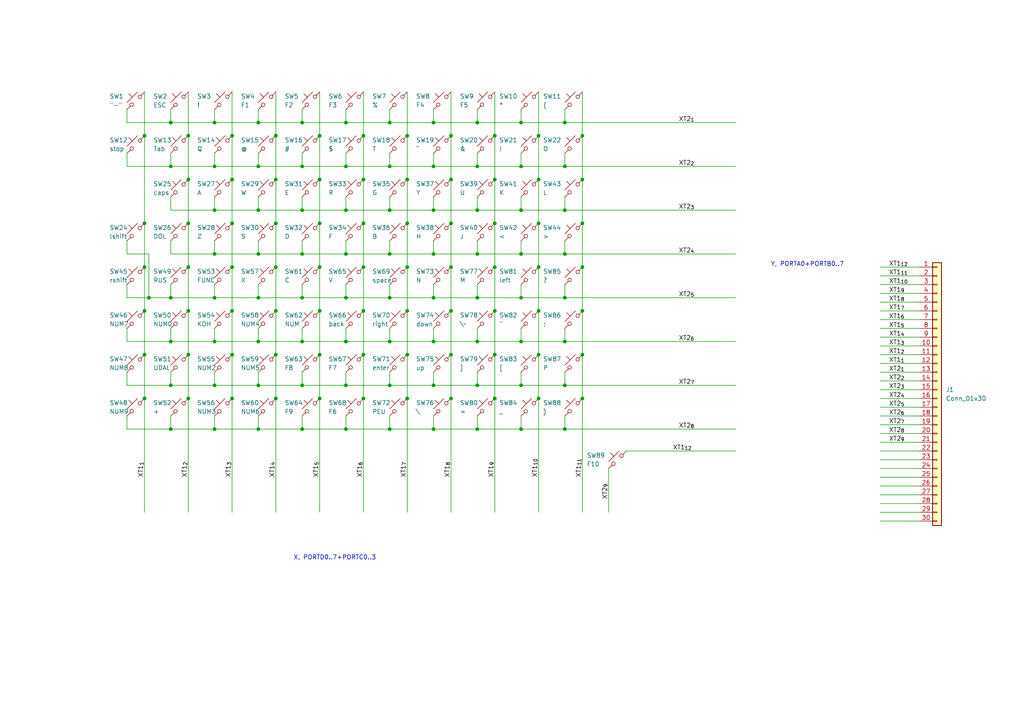
<source format=kicad_sch>
(kicad_sch (version 20240101) (generator "eeschema") (generator_version "8.99")
  (paper "A4")
  (lib_symbols
    (symbol "Connector_Generic:Conn_01x30" (pin_names (offset 1.016) hide)
      (property "Reference" "J" (at 0 38.1 0))
      (property "Value" "Conn_01x30" (at 0 -40.64 0))
      (symbol "Conn_01x30_1_1"
        (pin passive line (at -5.08 35.56 0) (length 3.81) (name "Pin_1") (number "1"))
        (pin passive line (at -5.08 12.7 0) (length 3.81) (name "Pin_10") (number "10"))
        (pin passive line (at -5.08 10.16 0) (length 3.81) (name "Pin_11") (number "11"))
        (pin passive line (at -5.08 7.62 0) (length 3.81) (name "Pin_12") (number "12"))
        (pin passive line (at -5.08 5.08 0) (length 3.81) (name "Pin_13") (number "13"))
        (pin passive line (at -5.08 2.54 0) (length 3.81) (name "Pin_14") (number "14"))
        (pin passive line (at -5.08 0 0) (length 3.81) (name "Pin_15") (number "15"))
        (pin passive line (at -5.08 -2.54 0) (length 3.81) (name "Pin_16") (number "16"))
        (pin passive line (at -5.08 -5.08 0) (length 3.81) (name "Pin_17") (number "17"))
        (pin passive line (at -5.08 -7.62 0) (length 3.81) (name "Pin_18") (number "18"))
        (pin passive line (at -5.08 -10.16 0) (length 3.81) (name "Pin_19") (number "19"))
        (pin passive line (at -5.08 33.02 0) (length 3.81) (name "Pin_2") (number "2"))
        (pin passive line (at -5.08 -12.7 0) (length 3.81) (name "Pin_20") (number "20"))
        (pin passive line (at -5.08 -15.24 0) (length 3.81) (name "Pin_21") (number "21"))
        (pin passive line (at -5.08 -17.78 0) (length 3.81) (name "Pin_22") (number "22"))
        (pin passive line (at -5.08 -20.32 0) (length 3.81) (name "Pin_23") (number "23"))
        (pin passive line (at -5.08 -22.86 0) (length 3.81) (name "Pin_24") (number "24"))
        (pin passive line (at -5.08 -25.4 0) (length 3.81) (name "Pin_25") (number "25"))
        (pin passive line (at -5.08 -27.94 0) (length 3.81) (name "Pin_26") (number "26"))
        (pin passive line (at -5.08 -30.48 0) (length 3.81) (name "Pin_27") (number "27"))
        (pin passive line (at -5.08 -33.02 0) (length 3.81) (name "Pin_28") (number "28"))
        (pin passive line (at -5.08 -35.56 0) (length 3.81) (name "Pin_29") (number "29"))
        (pin passive line (at -5.08 30.48 0) (length 3.81) (name "Pin_3") (number "3"))
        (pin passive line (at -5.08 -38.1 0) (length 3.81) (name "Pin_30") (number "30"))
        (pin passive line (at -5.08 27.94 0) (length 3.81) (name "Pin_4") (number "4"))
        (pin passive line (at -5.08 25.4 0) (length 3.81) (name "Pin_5") (number "5"))
        (pin passive line (at -5.08 22.86 0) (length 3.81) (name "Pin_6") (number "6"))
        (pin passive line (at -5.08 20.32 0) (length 3.81) (name "Pin_7") (number "7"))
        (pin passive line (at -5.08 17.78 0) (length 3.81) (name "Pin_8") (number "8"))
        (pin passive line (at -5.08 15.24 0) (length 3.81) (name "Pin_9") (number "9"))
      )
    )
    (symbol "Switch:SW_Push_45deg" (pin_numbers hide) (pin_names (offset 1.016) hide)
      (property "Reference" "SW" (at 3.048 1.016 0))
      (property "Value" "SW_Push_45deg" (at 0 -3.81 0))
      (symbol "SW_Push_45deg_0_1"
        (pin passive line (at -2.54 2.54 0) (length 0) (name "1") (number "1"))
        (pin passive line (at 2.54 -2.54 180) (length 0) (name "2") (number "2"))
      )
    )
  )
  (junction (at 67.31 102.87))
  (junction (at 138.43 48.26))
  (junction (at 62.23 60.96))
  (junction (at 80.01 52.07))
  (junction (at 80.01 77.47))
  (junction (at 87.63 48.26))
  (junction (at 74.93 48.26))
  (junction (at 100.33 35.56))
  (junction (at 74.93 73.66))
  (junction (at 49.53 99.06))
  (junction (at 138.43 35.56))
  (junction (at 49.53 35.56))
  (junction (at 80.01 115.57))
  (junction (at 67.31 77.47))
  (junction (at 62.23 99.06))
  (junction (at 151.13 60.96))
  (junction (at 74.93 124.46))
  (junction (at 92.71 115.57))
  (junction (at 49.53 111.76))
  (junction (at 67.31 52.07))
  (junction (at 54.61 77.47))
  (junction (at 143.51 64.77))
  (junction (at 143.51 77.47))
  (junction (at 156.21 115.57))
  (junction (at 125.73 111.76))
  (junction (at 80.01 64.77))
  (junction (at 168.91 77.47))
  (junction (at 130.81 90.17))
  (junction (at 125.73 124.46))
  (junction (at 100.33 48.26))
  (junction (at 130.81 77.47))
  (junction (at 168.91 39.37))
  (junction (at 105.41 39.37))
  (junction (at 62.23 111.76))
  (junction (at 67.31 115.57))
  (junction (at 113.03 99.06))
  (junction (at 87.63 111.76))
  (junction (at 143.51 90.17))
  (junction (at 118.11 39.37))
  (junction (at 113.03 35.56))
  (junction (at 156.21 52.07))
  (junction (at 156.21 77.47))
  (junction (at 113.03 124.46))
  (junction (at 125.73 86.36))
  (junction (at 87.63 60.96))
  (junction (at 41.91 39.37))
  (junction (at 87.63 73.66))
  (junction (at 138.43 111.76))
  (junction (at 49.53 86.36))
  (junction (at 80.01 39.37))
  (junction (at 143.51 102.87))
  (junction (at 74.93 99.06))
  (junction (at 92.71 52.07))
  (junction (at 163.83 124.46))
  (junction (at 100.33 111.76))
  (junction (at 92.71 39.37))
  (junction (at 113.03 73.66))
  (junction (at 163.83 99.06))
  (junction (at 138.43 60.96))
  (junction (at 130.81 39.37))
  (junction (at 62.23 124.46))
  (junction (at 113.03 48.26))
  (junction (at 125.73 73.66))
  (junction (at 54.61 64.77))
  (junction (at 163.83 48.26))
  (junction (at 156.21 102.87))
  (junction (at 105.41 52.07))
  (junction (at 100.33 86.36))
  (junction (at 151.13 73.66))
  (junction (at 118.11 102.87))
  (junction (at 105.41 64.77))
  (junction (at 163.83 111.76))
  (junction (at 163.83 35.56))
  (junction (at 168.91 52.07))
  (junction (at 125.73 35.56))
  (junction (at 80.01 90.17))
  (junction (at 92.71 77.47))
  (junction (at 143.51 39.37))
  (junction (at 41.91 90.17))
  (junction (at 67.31 39.37))
  (junction (at 168.91 90.17))
  (junction (at 105.41 102.87))
  (junction (at 138.43 73.66))
  (junction (at 74.93 35.56))
  (junction (at 125.73 60.96))
  (junction (at 125.73 48.26))
  (junction (at 151.13 124.46))
  (junction (at 74.93 60.96))
  (junction (at 118.11 52.07))
  (junction (at 143.51 52.07))
  (junction (at 92.71 90.17))
  (junction (at 80.01 102.87))
  (junction (at 163.83 60.96))
  (junction (at 41.91 115.57))
  (junction (at 130.81 102.87))
  (junction (at 100.33 73.66))
  (junction (at 151.13 86.36))
  (junction (at 54.61 39.37))
  (junction (at 41.91 64.77))
  (junction (at 54.61 102.87))
  (junction (at 105.41 115.57))
  (junction (at 67.31 64.77))
  (junction (at 92.71 64.77))
  (junction (at 138.43 99.06))
  (junction (at 62.23 35.56))
  (junction (at 138.43 86.36))
  (junction (at 74.93 111.76))
  (junction (at 54.61 115.57))
  (junction (at 113.03 86.36))
  (junction (at 41.91 77.47))
  (junction (at 87.63 99.06))
  (junction (at 156.21 90.17))
  (junction (at 118.11 64.77))
  (junction (at 62.23 48.26))
  (junction (at 49.53 124.46))
  (junction (at 118.11 90.17))
  (junction (at 62.23 73.66))
  (junction (at 113.03 60.96))
  (junction (at 151.13 35.56))
  (junction (at 125.73 99.06))
  (junction (at 62.23 86.36))
  (junction (at 143.51 115.57))
  (junction (at 100.33 60.96))
  (junction (at 156.21 64.77))
  (junction (at 168.91 102.87))
  (junction (at 138.43 124.46))
  (junction (at 100.33 124.46))
  (junction (at 168.91 64.77))
  (junction (at 49.53 48.26))
  (junction (at 118.11 77.47))
  (junction (at 105.41 90.17))
  (junction (at 163.83 73.66))
  (junction (at 168.91 115.57))
  (junction (at 54.61 52.07))
  (junction (at 105.41 77.47))
  (junction (at 130.81 115.57))
  (junction (at 87.63 35.56))
  (junction (at 130.81 52.07))
  (junction (at 156.21 39.37))
  (junction (at 163.83 86.36))
  (junction (at 41.91 102.87))
  (junction (at 118.11 115.57))
  (junction (at 87.63 86.36))
  (junction (at 151.13 48.26))
  (junction (at 130.81 64.77))
  (junction (at 113.03 111.76))
  (junction (at 54.61 90.17))
  (junction (at 67.31 90.17))
  (junction (at 87.63 124.46))
  (junction (at 151.13 111.76))
  (junction (at 74.93 86.36))
  (junction (at 43.18 86.36))
  (junction (at 100.33 99.06))
  (junction (at 151.13 99.06))
  (junction (at 92.71 102.87))
  (wire (pts (xy 118.11 26.67) (xy 118.11 39.37)))
  (wire (pts (xy 151.13 82.55) (xy 151.13 86.36)))
  (wire (pts (xy 74.93 57.15) (xy 74.93 60.96)))
  (wire (pts (xy 255.27 128.27) (xy 266.7 128.27)))
  (wire (pts (xy 130.81 77.47) (xy 130.81 90.17)))
  (wire (pts (xy 255.27 148.59) (xy 266.7 148.59)))
  (wire (pts (xy 87.63 60.96) (xy 100.33 60.96)))
  (wire (pts (xy 62.23 31.75) (xy 62.23 35.56)))
  (wire (pts (xy 113.03 44.45) (xy 113.03 48.26)))
  (wire (pts (xy 163.83 107.95) (xy 163.83 111.76)))
  (wire (pts (xy 118.11 77.47) (xy 118.11 90.17)))
  (wire (pts (xy 105.41 39.37) (xy 105.41 52.07)))
  (wire (pts (xy 163.83 82.55) (xy 163.83 86.36)))
  (wire (pts (xy 36.83 86.36) (xy 43.18 86.36)))
  (wire (pts (xy 54.61 102.87) (xy 54.61 115.57)))
  (wire (pts (xy 143.51 115.57) (xy 143.51 148.59)))
  (wire (pts (xy 156.21 90.17) (xy 156.21 102.87)))
  (wire (pts (xy 156.21 77.47) (xy 156.21 90.17)))
  (wire (pts (xy 62.23 48.26) (xy 74.93 48.26)))
  (wire (pts (xy 80.01 115.57) (xy 80.01 148.59)))
  (wire (pts (xy 49.53 107.95) (xy 49.53 111.76)))
  (wire (pts (xy 125.73 31.75) (xy 125.73 35.56)))
  (wire (pts (xy 118.11 102.87) (xy 118.11 115.57)))
  (wire (pts (xy 87.63 69.85) (xy 87.63 73.66)))
  (wire (pts (xy 168.91 115.57) (xy 168.91 148.59)))
  (wire (pts (xy 151.13 124.46) (xy 163.83 124.46)))
  (wire (pts (xy 74.93 111.76) (xy 87.63 111.76)))
  (wire (pts (xy 41.91 90.17) (xy 41.91 102.87)))
  (wire (pts (xy 125.73 99.06) (xy 138.43 99.06)))
  (wire (pts (xy 100.33 44.45) (xy 100.33 48.26)))
  (wire (pts (xy 62.23 124.46) (xy 74.93 124.46)))
  (wire (pts (xy 255.27 87.63) (xy 266.7 87.63)))
  (wire (pts (xy 168.91 90.17) (xy 168.91 102.87)))
  (wire (pts (xy 74.93 99.06) (xy 87.63 99.06)))
  (wire (pts (xy 49.53 86.36) (xy 62.23 86.36)))
  (wire (pts (xy 43.18 73.66) (xy 43.18 86.36)))
  (wire (pts (xy 74.93 82.55) (xy 74.93 86.36)))
  (wire (pts (xy 125.73 82.55) (xy 125.73 86.36)))
  (wire (pts (xy 163.83 60.96) (xy 213.36 60.96)))
  (wire (pts (xy 255.27 118.11) (xy 266.7 118.11)))
  (wire (pts (xy 163.83 57.15) (xy 163.83 60.96)))
  (wire (pts (xy 130.81 102.87) (xy 130.81 115.57)))
  (wire (pts (xy 113.03 73.66) (xy 125.73 73.66)))
  (wire (pts (xy 67.31 39.37) (xy 67.31 52.07)))
  (wire (pts (xy 113.03 48.26) (xy 125.73 48.26)))
  (wire (pts (xy 125.73 44.45) (xy 125.73 48.26)))
  (wire (pts (xy 113.03 95.25) (xy 113.03 99.06)))
  (wire (pts (xy 176.53 135.89) (xy 176.53 148.59)))
  (wire (pts (xy 151.13 73.66) (xy 163.83 73.66)))
  (wire (pts (xy 125.73 107.95) (xy 125.73 111.76)))
  (wire (pts (xy 92.71 39.37) (xy 92.71 52.07)))
  (wire (pts (xy 125.73 60.96) (xy 138.43 60.96)))
  (wire (pts (xy 163.83 111.76) (xy 213.36 111.76)))
  (wire (pts (xy 130.81 64.77) (xy 130.81 77.47)))
  (wire (pts (xy 36.83 124.46) (xy 49.53 124.46)))
  (wire (pts (xy 181.61 130.81) (xy 213.36 130.81)))
  (wire (pts (xy 80.01 52.07) (xy 80.01 64.77)))
  (wire (pts (xy 105.41 26.67) (xy 105.41 39.37)))
  (wire (pts (xy 125.73 111.76) (xy 138.43 111.76)))
  (wire (pts (xy 41.91 77.47) (xy 41.91 90.17)))
  (wire (pts (xy 168.91 52.07) (xy 168.91 64.77)))
  (wire (pts (xy 100.33 86.36) (xy 113.03 86.36)))
  (wire (pts (xy 100.33 60.96) (xy 113.03 60.96)))
  (wire (pts (xy 87.63 124.46) (xy 100.33 124.46)))
  (wire (pts (xy 62.23 57.15) (xy 62.23 60.96)))
  (wire (pts (xy 100.33 99.06) (xy 113.03 99.06)))
  (wire (pts (xy 49.53 124.46) (xy 62.23 124.46)))
  (wire (pts (xy 87.63 73.66) (xy 100.33 73.66)))
  (wire (pts (xy 67.31 90.17) (xy 67.31 102.87)))
  (wire (pts (xy 54.61 52.07) (xy 54.61 64.77)))
  (wire (pts (xy 74.93 124.46) (xy 87.63 124.46)))
  (wire (pts (xy 138.43 99.06) (xy 151.13 99.06)))
  (wire (pts (xy 49.53 35.56) (xy 62.23 35.56)))
  (wire (pts (xy 62.23 73.66) (xy 74.93 73.66)))
  (wire (pts (xy 87.63 111.76) (xy 100.33 111.76)))
  (wire (pts (xy 49.53 69.85) (xy 49.53 73.66)))
  (wire (pts (xy 168.91 102.87) (xy 168.91 115.57)))
  (wire (pts (xy 36.83 82.55) (xy 36.83 86.36)))
  (wire (pts (xy 36.83 44.45) (xy 36.83 48.26)))
  (wire (pts (xy 49.53 57.15) (xy 49.53 60.96)))
  (wire (pts (xy 92.71 115.57) (xy 92.71 148.59)))
  (wire (pts (xy 138.43 124.46) (xy 151.13 124.46)))
  (wire (pts (xy 255.27 120.65) (xy 266.7 120.65)))
  (wire (pts (xy 156.21 102.87) (xy 156.21 115.57)))
  (wire (pts (xy 36.83 107.95) (xy 36.83 111.76)))
  (wire (pts (xy 80.01 39.37) (xy 80.01 52.07)))
  (wire (pts (xy 151.13 111.76) (xy 163.83 111.76)))
  (wire (pts (xy 74.93 35.56) (xy 87.63 35.56)))
  (wire (pts (xy 138.43 69.85) (xy 138.43 73.66)))
  (wire (pts (xy 87.63 107.95) (xy 87.63 111.76)))
  (wire (pts (xy 87.63 44.45) (xy 87.63 48.26)))
  (wire (pts (xy 151.13 120.65) (xy 151.13 124.46)))
  (wire (pts (xy 151.13 99.06) (xy 163.83 99.06)))
  (wire (pts (xy 100.33 48.26) (xy 113.03 48.26)))
  (wire (pts (xy 67.31 64.77) (xy 67.31 77.47)))
  (wire (pts (xy 87.63 31.75) (xy 87.63 35.56)))
  (wire (pts (xy 255.27 102.87) (xy 266.7 102.87)))
  (wire (pts (xy 74.93 31.75) (xy 74.93 35.56)))
  (wire (pts (xy 80.01 90.17) (xy 80.01 102.87)))
  (wire (pts (xy 138.43 48.26) (xy 151.13 48.26)))
  (wire (pts (xy 151.13 107.95) (xy 151.13 111.76)))
  (wire (pts (xy 255.27 100.33) (xy 266.7 100.33)))
  (wire (pts (xy 255.27 90.17) (xy 266.7 90.17)))
  (wire (pts (xy 67.31 52.07) (xy 67.31 64.77)))
  (wire (pts (xy 105.41 90.17) (xy 105.41 102.87)))
  (wire (pts (xy 80.01 64.77) (xy 80.01 77.47)))
  (wire (pts (xy 92.71 90.17) (xy 92.71 102.87)))
  (wire (pts (xy 113.03 107.95) (xy 113.03 111.76)))
  (wire (pts (xy 156.21 115.57) (xy 156.21 148.59)))
  (wire (pts (xy 163.83 73.66) (xy 213.36 73.66)))
  (wire (pts (xy 255.27 107.95) (xy 266.7 107.95)))
  (wire (pts (xy 156.21 64.77) (xy 156.21 77.47)))
  (wire (pts (xy 62.23 86.36) (xy 74.93 86.36)))
  (wire (pts (xy 163.83 31.75) (xy 163.83 35.56)))
  (wire (pts (xy 113.03 86.36) (xy 125.73 86.36)))
  (wire (pts (xy 36.83 48.26) (xy 49.53 48.26)))
  (wire (pts (xy 130.81 52.07) (xy 130.81 64.77)))
  (wire (pts (xy 168.91 39.37) (xy 168.91 52.07)))
  (wire (pts (xy 87.63 99.06) (xy 100.33 99.06)))
  (wire (pts (xy 255.27 92.71) (xy 266.7 92.71)))
  (wire (pts (xy 138.43 95.25) (xy 138.43 99.06)))
  (wire (pts (xy 143.51 64.77) (xy 143.51 77.47)))
  (wire (pts (xy 54.61 39.37) (xy 54.61 52.07)))
  (wire (pts (xy 113.03 120.65) (xy 113.03 124.46)))
  (wire (pts (xy 125.73 35.56) (xy 138.43 35.56)))
  (wire (pts (xy 105.41 77.47) (xy 105.41 90.17)))
  (wire (pts (xy 151.13 95.25) (xy 151.13 99.06)))
  (wire (pts (xy 41.91 26.67) (xy 41.91 39.37)))
  (wire (pts (xy 118.11 115.57) (xy 118.11 148.59)))
  (wire (pts (xy 74.93 44.45) (xy 74.93 48.26)))
  (wire (pts (xy 100.33 124.46) (xy 113.03 124.46)))
  (wire (pts (xy 49.53 82.55) (xy 49.53 86.36)))
  (wire (pts (xy 62.23 60.96) (xy 74.93 60.96)))
  (wire (pts (xy 49.53 73.66) (xy 62.23 73.66)))
  (wire (pts (xy 163.83 44.45) (xy 163.83 48.26)))
  (wire (pts (xy 74.93 60.96) (xy 87.63 60.96)))
  (wire (pts (xy 163.83 95.25) (xy 163.83 99.06)))
  (wire (pts (xy 151.13 48.26) (xy 163.83 48.26)))
  (wire (pts (xy 118.11 52.07) (xy 118.11 64.77)))
  (wire (pts (xy 138.43 86.36) (xy 151.13 86.36)))
  (wire (pts (xy 138.43 31.75) (xy 138.43 35.56)))
  (wire (pts (xy 163.83 48.26) (xy 213.36 48.26)))
  (wire (pts (xy 118.11 64.77) (xy 118.11 77.47)))
  (wire (pts (xy 255.27 138.43) (xy 266.7 138.43)))
  (wire (pts (xy 74.93 120.65) (xy 74.93 124.46)))
  (wire (pts (xy 143.51 39.37) (xy 143.51 52.07)))
  (wire (pts (xy 74.93 48.26) (xy 87.63 48.26)))
  (wire (pts (xy 125.73 95.25) (xy 125.73 99.06)))
  (wire (pts (xy 255.27 80.01) (xy 266.7 80.01)))
  (wire (pts (xy 87.63 48.26) (xy 100.33 48.26)))
  (wire (pts (xy 255.27 115.57) (xy 266.7 115.57)))
  (wire (pts (xy 87.63 35.56) (xy 100.33 35.56)))
  (wire (pts (xy 255.27 123.19) (xy 266.7 123.19)))
  (wire (pts (xy 163.83 69.85) (xy 163.83 73.66)))
  (wire (pts (xy 113.03 99.06) (xy 125.73 99.06)))
  (wire (pts (xy 74.93 86.36) (xy 87.63 86.36)))
  (wire (pts (xy 87.63 120.65) (xy 87.63 124.46)))
  (wire (pts (xy 255.27 125.73) (xy 266.7 125.73)))
  (wire (pts (xy 125.73 120.65) (xy 125.73 124.46)))
  (wire (pts (xy 255.27 85.09) (xy 266.7 85.09)))
  (wire (pts (xy 36.83 99.06) (xy 49.53 99.06)))
  (wire (pts (xy 168.91 64.77) (xy 168.91 77.47)))
  (wire (pts (xy 130.81 90.17) (xy 130.81 102.87)))
  (wire (pts (xy 255.27 82.55) (xy 266.7 82.55)))
  (wire (pts (xy 125.73 124.46) (xy 138.43 124.46)))
  (wire (pts (xy 143.51 26.67) (xy 143.51 39.37)))
  (wire (pts (xy 87.63 82.55) (xy 87.63 86.36)))
  (wire (pts (xy 62.23 99.06) (xy 74.93 99.06)))
  (wire (pts (xy 255.27 135.89) (xy 266.7 135.89)))
  (wire (pts (xy 255.27 143.51) (xy 266.7 143.51)))
  (wire (pts (xy 62.23 69.85) (xy 62.23 73.66)))
  (wire (pts (xy 143.51 90.17) (xy 143.51 102.87)))
  (wire (pts (xy 255.27 110.49) (xy 266.7 110.49)))
  (wire (pts (xy 100.33 69.85) (xy 100.33 73.66)))
  (wire (pts (xy 143.51 77.47) (xy 143.51 90.17)))
  (wire (pts (xy 92.71 77.47) (xy 92.71 90.17)))
  (wire (pts (xy 255.27 130.81) (xy 266.7 130.81)))
  (wire (pts (xy 113.03 31.75) (xy 113.03 35.56)))
  (wire (pts (xy 92.71 102.87) (xy 92.71 115.57)))
  (wire (pts (xy 255.27 113.03) (xy 266.7 113.03)))
  (wire (pts (xy 113.03 82.55) (xy 113.03 86.36)))
  (wire (pts (xy 80.01 102.87) (xy 80.01 115.57)))
  (wire (pts (xy 100.33 107.95) (xy 100.33 111.76)))
  (wire (pts (xy 105.41 52.07) (xy 105.41 64.77)))
  (wire (pts (xy 125.73 48.26) (xy 138.43 48.26)))
  (wire (pts (xy 168.91 77.47) (xy 168.91 90.17)))
  (wire (pts (xy 163.83 99.06) (xy 213.36 99.06)))
  (wire (pts (xy 36.83 111.76) (xy 49.53 111.76)))
  (wire (pts (xy 54.61 26.67) (xy 54.61 39.37)))
  (wire (pts (xy 92.71 64.77) (xy 92.71 77.47)))
  (wire (pts (xy 67.31 115.57) (xy 67.31 148.59)))
  (wire (pts (xy 54.61 77.47) (xy 54.61 90.17)))
  (wire (pts (xy 74.93 69.85) (xy 74.93 73.66)))
  (wire (pts (xy 105.41 115.57) (xy 105.41 148.59)))
  (wire (pts (xy 156.21 39.37) (xy 156.21 52.07)))
  (wire (pts (xy 100.33 35.56) (xy 113.03 35.56)))
  (wire (pts (xy 49.53 120.65) (xy 49.53 124.46)))
  (wire (pts (xy 92.71 52.07) (xy 92.71 64.77)))
  (wire (pts (xy 49.53 48.26) (xy 62.23 48.26)))
  (wire (pts (xy 130.81 26.67) (xy 130.81 39.37)))
  (wire (pts (xy 151.13 60.96) (xy 163.83 60.96)))
  (wire (pts (xy 62.23 111.76) (xy 74.93 111.76)))
  (wire (pts (xy 36.83 35.56) (xy 49.53 35.56)))
  (wire (pts (xy 113.03 57.15) (xy 113.03 60.96)))
  (wire (pts (xy 49.53 44.45) (xy 49.53 48.26)))
  (wire (pts (xy 113.03 35.56) (xy 125.73 35.56)))
  (wire (pts (xy 113.03 124.46) (xy 125.73 124.46)))
  (wire (pts (xy 41.91 64.77) (xy 41.91 77.47)))
  (wire (pts (xy 163.83 124.46) (xy 213.36 124.46)))
  (wire (pts (xy 87.63 95.25) (xy 87.63 99.06)))
  (wire (pts (xy 49.53 60.96) (xy 62.23 60.96)))
  (wire (pts (xy 255.27 77.47) (xy 266.7 77.47)))
  (wire (pts (xy 143.51 52.07) (xy 143.51 64.77)))
  (wire (pts (xy 255.27 95.25) (xy 266.7 95.25)))
  (wire (pts (xy 80.01 26.67) (xy 80.01 39.37)))
  (wire (pts (xy 62.23 95.25) (xy 62.23 99.06)))
  (wire (pts (xy 125.73 69.85) (xy 125.73 73.66)))
  (wire (pts (xy 74.93 107.95) (xy 74.93 111.76)))
  (wire (pts (xy 92.71 26.67) (xy 92.71 39.37)))
  (wire (pts (xy 100.33 120.65) (xy 100.33 124.46)))
  (wire (pts (xy 113.03 111.76) (xy 125.73 111.76)))
  (wire (pts (xy 36.83 69.85) (xy 36.83 73.66)))
  (wire (pts (xy 130.81 39.37) (xy 130.81 52.07)))
  (wire (pts (xy 138.43 57.15) (xy 138.43 60.96)))
  (wire (pts (xy 41.91 102.87) (xy 41.91 115.57)))
  (wire (pts (xy 138.43 35.56) (xy 151.13 35.56)))
  (wire (pts (xy 62.23 44.45) (xy 62.23 48.26)))
  (wire (pts (xy 67.31 77.47) (xy 67.31 90.17)))
  (wire (pts (xy 41.91 115.57) (xy 41.91 148.59)))
  (wire (pts (xy 125.73 73.66) (xy 138.43 73.66)))
  (wire (pts (xy 67.31 102.87) (xy 67.31 115.57)))
  (wire (pts (xy 151.13 35.56) (xy 163.83 35.56)))
  (wire (pts (xy 113.03 60.96) (xy 125.73 60.96)))
  (wire (pts (xy 151.13 31.75) (xy 151.13 35.56)))
  (wire (pts (xy 67.31 26.67) (xy 67.31 39.37)))
  (wire (pts (xy 100.33 31.75) (xy 100.33 35.56)))
  (wire (pts (xy 62.23 82.55) (xy 62.23 86.36)))
  (wire (pts (xy 100.33 57.15) (xy 100.33 60.96)))
  (wire (pts (xy 138.43 73.66) (xy 151.13 73.66)))
  (wire (pts (xy 43.18 86.36) (xy 49.53 86.36)))
  (wire (pts (xy 255.27 151.13) (xy 266.7 151.13)))
  (wire (pts (xy 100.33 111.76) (xy 113.03 111.76)))
  (wire (pts (xy 49.53 95.25) (xy 49.53 99.06)))
  (wire (pts (xy 41.91 39.37) (xy 41.91 64.77)))
  (wire (pts (xy 105.41 102.87) (xy 105.41 115.57)))
  (wire (pts (xy 54.61 90.17) (xy 54.61 102.87)))
  (wire (pts (xy 54.61 115.57) (xy 54.61 148.59)))
  (wire (pts (xy 100.33 95.25) (xy 100.33 99.06)))
  (wire (pts (xy 100.33 73.66) (xy 113.03 73.66)))
  (wire (pts (xy 62.23 120.65) (xy 62.23 124.46)))
  (wire (pts (xy 36.83 31.75) (xy 36.83 35.56)))
  (wire (pts (xy 255.27 97.79) (xy 266.7 97.79)))
  (wire (pts (xy 151.13 57.15) (xy 151.13 60.96)))
  (wire (pts (xy 255.27 140.97) (xy 266.7 140.97)))
  (wire (pts (xy 255.27 133.35) (xy 266.7 133.35)))
  (wire (pts (xy 156.21 52.07) (xy 156.21 64.77)))
  (wire (pts (xy 118.11 90.17) (xy 118.11 102.87)))
  (wire (pts (xy 36.83 120.65) (xy 36.83 124.46)))
  (wire (pts (xy 74.93 73.66) (xy 87.63 73.66)))
  (wire (pts (xy 138.43 120.65) (xy 138.43 124.46)))
  (wire (pts (xy 49.53 111.76) (xy 62.23 111.76)))
  (wire (pts (xy 151.13 44.45) (xy 151.13 48.26)))
  (wire (pts (xy 151.13 86.36) (xy 163.83 86.36)))
  (wire (pts (xy 163.83 120.65) (xy 163.83 124.46)))
  (wire (pts (xy 138.43 107.95) (xy 138.43 111.76)))
  (wire (pts (xy 138.43 60.96) (xy 151.13 60.96)))
  (wire (pts (xy 143.51 102.87) (xy 143.51 115.57)))
  (wire (pts (xy 118.11 39.37) (xy 118.11 52.07)))
  (wire (pts (xy 49.53 31.75) (xy 49.53 35.56)))
  (wire (pts (xy 62.23 35.56) (xy 74.93 35.56)))
  (wire (pts (xy 105.41 64.77) (xy 105.41 77.47)))
  (wire (pts (xy 255.27 105.41) (xy 266.7 105.41)))
  (wire (pts (xy 163.83 35.56) (xy 213.36 35.56)))
  (wire (pts (xy 163.83 86.36) (xy 213.36 86.36)))
  (wire (pts (xy 138.43 111.76) (xy 151.13 111.76)))
  (wire (pts (xy 151.13 69.85) (xy 151.13 73.66)))
  (wire (pts (xy 130.81 115.57) (xy 130.81 148.59)))
  (wire (pts (xy 138.43 82.55) (xy 138.43 86.36)))
  (wire (pts (xy 74.93 95.25) (xy 74.93 99.06)))
  (wire (pts (xy 87.63 57.15) (xy 87.63 60.96)))
  (wire (pts (xy 125.73 57.15) (xy 125.73 60.96)))
  (wire (pts (xy 255.27 146.05) (xy 266.7 146.05)))
  (wire (pts (xy 80.01 77.47) (xy 80.01 90.17)))
  (wire (pts (xy 138.43 44.45) (xy 138.43 48.26)))
  (wire (pts (xy 36.83 73.66) (xy 43.18 73.66)))
  (wire (pts (xy 125.73 86.36) (xy 138.43 86.36)))
  (wire (pts (xy 36.83 95.25) (xy 36.83 99.06)))
  (wire (pts (xy 54.61 64.77) (xy 54.61 77.47)))
  (wire (pts (xy 100.33 82.55) (xy 100.33 86.36)))
  (wire (pts (xy 113.03 69.85) (xy 113.03 73.66)))
  (wire (pts (xy 62.23 107.95) (xy 62.23 111.76)))
  (wire (pts (xy 168.91 26.67) (xy 168.91 39.37)))
  (wire (pts (xy 156.21 26.67) (xy 156.21 39.37)))
  (wire (pts (xy 87.63 86.36) (xy 100.33 86.36)))
  (wire (pts (xy 49.53 99.06) (xy 62.23 99.06)))
  (text "X, PORTD0..7+PORTC0..3" (at 85.09 162.56 0) (effects (font (size 1.27 1.27)) (justify left bottom)))
  (text "Y, PORTA0+PORTB0..7" (at 223.52 77.47 0) (effects (font (size 1.27 1.27)) (justify left bottom)))
  (label "XT1_{5}" (at 257.81 95.25 0))
  (label "XT2_{1}" (at 196.85 35.56 0))
  (label "XT2_{2}" (at 196.85 48.26 0))
  (label "XT2_{8}" (at 196.85 124.46 0))
  (label "XT1_{9}" (at 257.81 85.09 0))
  (label "XT1_{12}" (at 257.81 77.47 0))
  (label "XT2_{1}" (at 257.81 107.95 0))
  (label "XT1_{10}" (at 156.21 138.43 90))
  (label "XT2_{7}" (at 257.81 123.19 0))
  (label "XT1_{6}" (at 105.41 138.43 90))
  (label "XT2_{9}" (at 176.53 144.78 90))
  (label "XT1_{11}" (at 257.81 80.01 0))
  (label "XT2_{9}" (at 257.81 128.27 0))
  (label "XT2_{7}" (at 196.85 111.76 0))
  (label "XT1_{4}" (at 80.01 138.43 90))
  (label "XT1_{9}" (at 143.51 138.43 90))
  (label "XT1_{1}" (at 257.81 105.41 0))
  (label "XT2_{4}" (at 196.85 73.66 0))
  (label "XT2_{4}" (at 257.81 115.57 0))
  (label "XT1_{7}" (at 257.81 90.17 0))
  (label "XT2_{3}" (at 257.81 113.03 0))
  (label "XT2_{6}" (at 196.85 99.06 0))
  (label "XT2_{5}" (at 196.85 86.36 0))
  (label "XT1_{12}" (at 200.66 130.81 180))
  (label "XT2_{6}" (at 257.81 120.65 0))
  (label "XT1_{11}" (at 168.91 138.43 90))
  (label "XT2_{2}" (at 257.81 110.49 0))
  (label "XT1_{2}" (at 257.81 102.87 0))
  (label "XT2_{3}" (at 196.85 60.96 0))
  (label "XT1_{1}" (at 41.91 138.43 90))
  (label "XT1_{8}" (at 130.81 138.43 90))
  (label "XT1_{8}" (at 257.81 87.63 0))
  (label "XT1_{6}" (at 257.81 92.71 0))
  (label "XT1_{5}" (at 92.71 138.43 90))
  (label "XT2_{5}" (at 257.81 118.11 0))
  (label "XT1_{3}" (at 67.31 138.43 90))
  (label "XT1_{4}" (at 257.81 97.79 0))
  (label "XT1_{10}" (at 257.81 82.55 0))
  (label "XT1_{7}" (at 118.11 138.43 90))
  (label "XT1_{2}" (at 54.61 138.43 90))
  (label "XT1_{3}" (at 257.81 100.33 0))
  (label "XT2_{8}" (at 257.81 125.73 0))
  (symbol (lib_id "Switch:SW_Push_45deg") (at 64.77 92.71 90) (unit 1)
    (property "Reference" "SW54" (at 57.15 91.44 90) (effects (justify right)))
    (property "Value" "KOH" (at 57.15 93.98 90) (effects (justify right)))
    (property "Footprint" "Button_Switch_Keyboard:SW_Cherry_MX_1.00u_Plate" (effects (hide yes)))
  )
  (symbol (lib_id "Switch:SW_Push_45deg") (at 39.37 80.01 90) (unit 1)
    (property "Reference" "SW45" (at 31.75 78.74 90) (effects (justify right)))
    (property "Value" "rshift" (at 31.75 81.28 90) (effects (justify right)))
    (property "Footprint" "Button_Switch_Keyboard:SW_Cherry_MX_1.00u_Plate" (effects (hide yes)))
  )
  (symbol (lib_id "Switch:SW_Push_45deg") (at 128.27 80.01 90) (unit 1)
    (property "Reference" "SW73" (at 120.65 78.74 90) (effects (justify right)))
    (property "Value" "N" (at 120.65 81.28 90) (effects (justify right)))
    (property "Footprint" "Button_Switch_Keyboard:SW_Cherry_MX_1.00u_Plate" (effects (hide yes)))
  )
  (symbol (lib_id "Switch:SW_Push_45deg") (at 39.37 29.21 90) (unit 1)
    (property "Reference" "SW1" (at 31.75 27.94 90) (effects (justify right)))
    (property "Value" "\"-\"" (at 31.75 30.48 90) (effects (justify right)))
    (property "Footprint" "Button_Switch_Keyboard:SW_Cherry_MX_1.00u_Plate" (effects (hide yes)))
  )
  (symbol (lib_id "Switch:SW_Push_45deg") (at 128.27 118.11 90) (unit 1)
    (property "Reference" "SW76" (at 120.65 116.84 90) (effects (justify right)))
    (property "Value" "\\" (at 120.65 119.38 90) (effects (justify right)))
    (property "Footprint" "Button_Switch_Keyboard:SW_Cherry_MX_1.00u_Plate" (effects (hide yes)))
  )
  (symbol (lib_id "Switch:SW_Push_45deg") (at 90.17 118.11 90) (unit 1)
    (property "Reference" "SW64" (at 82.55 116.84 90) (effects (justify right)))
    (property "Value" "F9" (at 82.55 119.38 90) (effects (justify right)))
    (property "Footprint" "Button_Switch_Keyboard:SW_Cherry_MX_1.00u_Plate" (effects (hide yes)))
  )
  (symbol (lib_id "Switch:SW_Push_45deg") (at 166.37 41.91 90) (unit 1)
    (property "Reference" "SW22" (at 157.48 40.64 90) (effects (justify right)))
    (property "Value" "O" (at 157.48 43.18 90) (effects (justify right)))
    (property "Footprint" "Button_Switch_Keyboard:SW_Cherry_MX_1.00u_Plate" (effects (hide yes)))
  )
  (symbol (lib_id "Switch:SW_Push_45deg") (at 128.27 92.71 90) (unit 1)
    (property "Reference" "SW74" (at 120.65 91.44 90) (effects (justify right)))
    (property "Value" "down" (at 120.65 93.98 90) (effects (justify right)))
    (property "Footprint" "Button_Switch_Keyboard:SW_Cherry_MX_1.00u_Plate" (effects (hide yes)))
  )
  (symbol (lib_id "Switch:SW_Push_45deg") (at 166.37 118.11 90) (unit 1)
    (property "Reference" "SW88" (at 157.48 116.84 90) (effects (justify right)))
    (property "Value" ")" (at 157.48 119.38 90) (effects (justify right)))
    (property "Footprint" "Button_Switch_Keyboard:SW_Cherry_MX_1.00u_Plate" (effects (hide yes)))
  )
  (symbol (lib_id "Switch:SW_Push_45deg") (at 102.87 41.91 90) (unit 1)
    (property "Reference" "SW17" (at 95.25 40.64 90) (effects (justify right)))
    (property "Value" "$" (at 95.25 43.18 90) (effects (justify right)))
    (property "Footprint" "Button_Switch_Keyboard:SW_Cherry_MX_1.00u_Plate" (effects (hide yes)))
  )
  (symbol (lib_id "Switch:SW_Push_45deg") (at 153.67 41.91 90) (unit 1)
    (property "Reference" "SW21" (at 144.78 40.64 90) (effects (justify right)))
    (property "Value" "I" (at 144.78 43.18 90) (effects (justify right)))
    (property "Footprint" "Button_Switch_Keyboard:SW_Cherry_MX_1.00u_Plate" (effects (hide yes)))
  )
  (symbol (lib_id "Switch:SW_Push_45deg") (at 102.87 80.01 90) (unit 1)
    (property "Reference" "SW65" (at 95.25 78.74 90) (effects (justify right)))
    (property "Value" "V" (at 95.25 81.28 90) (effects (justify right)))
    (property "Footprint" "Button_Switch_Keyboard:SW_Cherry_MX_1.00u_Plate" (effects (hide yes)))
  )
  (symbol (lib_id "Switch:SW_Push_45deg") (at 90.17 41.91 90) (unit 1)
    (property "Reference" "SW16" (at 82.55 40.64 90) (effects (justify right)))
    (property "Value" "#" (at 82.55 43.18 90) (effects (justify right)))
    (property "Footprint" "Button_Switch_Keyboard:SW_Cherry_MX_1.00u_Plate" (effects (hide yes)))
  )
  (symbol (lib_id "Switch:SW_Push_45deg") (at 52.07 41.91 90) (unit 1)
    (property "Reference" "SW13" (at 44.45 40.64 90) (effects (justify right)))
    (property "Value" "Tab" (at 44.45 43.18 90) (effects (justify right)))
    (property "Footprint" "Button_Switch_Keyboard:SW_Cherry_MX_1.00u_Plate" (effects (hide yes)))
  )
  (symbol (lib_id "Switch:SW_Push_45deg") (at 115.57 29.21 90) (unit 1)
    (property "Reference" "SW7" (at 107.95 27.94 90) (effects (justify right)))
    (property "Value" "%" (at 107.95 30.48 90) (effects (justify right)))
    (property "Footprint" "Button_Switch_Keyboard:SW_Cherry_MX_1.00u_Plate" (effects (hide yes)))
  )
  (symbol (lib_id "Switch:SW_Push_45deg") (at 128.27 105.41 90) (unit 1)
    (property "Reference" "SW75" (at 120.65 104.14 90) (effects (justify right)))
    (property "Value" "up" (at 120.65 106.68 90) (effects (justify right)))
    (property "Footprint" "Button_Switch_Keyboard:SW_Cherry_MX_1.00u_Plate" (effects (hide yes)))
  )
  (symbol (lib_id "Switch:SW_Push_45deg") (at 77.47 118.11 90) (unit 1)
    (property "Reference" "SW60" (at 69.85 116.84 90) (effects (justify right)))
    (property "Value" "NUM6" (at 69.85 119.38 90) (effects (justify right)))
    (property "Footprint" "Button_Switch_Keyboard:SW_Cherry_MX_1.00u_Plate" (effects (hide yes)))
  )
  (symbol (lib_id "Switch:SW_Push_45deg") (at 39.37 118.11 90) (unit 1)
    (property "Reference" "SW48" (at 31.75 116.84 90) (effects (justify right)))
    (property "Value" "NUM9" (at 31.75 119.38 90) (effects (justify right)))
    (property "Footprint" "Button_Switch_Keyboard:SW_Cherry_MX_1.00u_Plate" (effects (hide yes)))
  )
  (symbol (lib_id "Switch:SW_Push_45deg") (at 64.77 118.11 90) (unit 1)
    (property "Reference" "SW56" (at 57.15 116.84 90) (effects (justify right)))
    (property "Value" "NUM3" (at 57.15 119.38 90) (effects (justify right)))
    (property "Footprint" "Button_Switch_Keyboard:SW_Cherry_MX_1.00u_Plate" (effects (hide yes)))
  )
  (symbol (lib_id "Switch:SW_Push_45deg") (at 77.47 41.91 90) (unit 1)
    (property "Reference" "SW15" (at 69.85 40.64 90) (effects (justify right)))
    (property "Value" "@" (at 69.85 43.18 90) (effects (justify right)))
    (property "Footprint" "Button_Switch_Keyboard:SW_Cherry_MX_1.00u_Plate" (effects (hide yes)))
  )
  (symbol (lib_id "Switch:SW_Push_45deg") (at 102.87 118.11 90) (unit 1)
    (property "Reference" "SW68" (at 95.25 116.84 90) (effects (justify right)))
    (property "Value" "F6" (at 95.25 119.38 90) (effects (justify right)))
    (property "Footprint" "Button_Switch_Keyboard:SW_Cherry_MX_1.00u_Plate" (effects (hide yes)))
  )
  (symbol (lib_id "Switch:SW_Push_45deg") (at 52.07 118.11 90) (unit 1)
    (property "Reference" "SW52" (at 44.45 116.84 90) (effects (justify right)))
    (property "Value" "+" (at 44.45 119.38 90) (effects (justify right)))
    (property "Footprint" "Button_Switch_Keyboard:SW_Cherry_MX_1.00u_Plate" (effects (hide yes)))
  )
  (symbol (lib_id "Switch:SW_Push_45deg") (at 115.57 67.31 90) (unit 1)
    (property "Reference" "SW36" (at 107.95 66.04 90) (effects (justify right)))
    (property "Value" "B" (at 107.95 68.58 90) (effects (justify right)))
    (property "Footprint" "Button_Switch_Keyboard:SW_Cherry_MX_1.00u_Plate" (effects (hide yes)))
  )
  (symbol (lib_id "Switch:SW_Push_45deg") (at 102.87 29.21 90) (unit 1)
    (property "Reference" "SW6" (at 95.25 27.94 90) (effects (justify right)))
    (property "Value" "F3" (at 95.25 30.48 90) (effects (justify right)))
    (property "Footprint" "Button_Switch_Keyboard:SW_Cherry_MX_1.00u_Plate" (effects (hide yes)))
  )
  (symbol (lib_id "Switch:SW_Push_45deg") (at 115.57 41.91 90) (unit 1)
    (property "Reference" "SW18" (at 107.95 40.64 90) (effects (justify right)))
    (property "Value" "T" (at 107.95 43.18 90) (effects (justify right)))
    (property "Footprint" "Button_Switch_Keyboard:SW_Cherry_MX_1.00u_Plate" (effects (hide yes)))
  )
  (symbol (lib_id "Switch:SW_Push_45deg") (at 90.17 92.71 90) (unit 1)
    (property "Reference" "SW62" (at 82.55 91.44 90) (effects (justify right)))
    (property "Value" "NUM" (at 82.55 93.98 90) (effects (justify right)))
    (property "Footprint" "Button_Switch_Keyboard:SW_Cherry_MX_1.00u_Plate" (effects (hide yes)))
  )
  (symbol (lib_id "Switch:SW_Push_45deg") (at 52.07 80.01 90) (unit 1)
    (property "Reference" "SW49" (at 44.45 78.74 90) (effects (justify right)))
    (property "Value" "RUS" (at 44.45 81.28 90) (effects (justify right)))
    (property "Footprint" "Button_Switch_Keyboard:SW_Cherry_MX_1.00u_Plate" (effects (hide yes)))
  )
  (symbol (lib_id "Switch:SW_Push_45deg") (at 102.87 54.61 90) (unit 1)
    (property "Reference" "SW33" (at 95.25 53.34 90) (effects (justify right)))
    (property "Value" "R" (at 95.25 55.88 90) (effects (justify right)))
    (property "Footprint" "Button_Switch_Keyboard:SW_Cherry_MX_1.00u_Plate" (effects (hide yes)))
  )
  (symbol (lib_id "Switch:SW_Push_45deg") (at 128.27 54.61 90) (unit 1)
    (property "Reference" "SW37" (at 120.65 53.34 90) (effects (justify right)))
    (property "Value" "Y" (at 120.65 55.88 90) (effects (justify right)))
    (property "Footprint" "Button_Switch_Keyboard:SW_Cherry_MX_1.00u_Plate" (effects (hide yes)))
  )
  (symbol (lib_id "Switch:SW_Push_45deg") (at 140.97 54.61 90) (unit 1)
    (property "Reference" "SW39" (at 133.35 53.34 90) (effects (justify right)))
    (property "Value" "U" (at 133.35 55.88 90) (effects (justify right)))
    (property "Footprint" "Button_Switch_Keyboard:SW_Cherry_MX_1.00u_Plate" (effects (hide yes)))
  )
  (symbol (lib_id "Switch:SW_Push_45deg") (at 64.77 80.01 90) (unit 1)
    (property "Reference" "SW53" (at 57.15 78.74 90) (effects (justify right)))
    (property "Value" "FUNC" (at 57.15 81.28 90) (effects (justify right)))
    (property "Footprint" "Button_Switch_Keyboard:SW_Cherry_MX_1.00u_Plate" (effects (hide yes)))
  )
  (symbol (lib_id "Switch:SW_Push_45deg") (at 140.97 29.21 90) (unit 1)
    (property "Reference" "SW9" (at 133.35 27.94 90) (effects (justify right)))
    (property "Value" "F5" (at 133.35 30.48 90) (effects (justify right)))
    (property "Footprint" "Button_Switch_Keyboard:SW_Cherry_MX_1.00u_Plate" (effects (hide yes)))
  )
  (symbol (lib_id "Switch:SW_Push_45deg") (at 153.67 80.01 90) (unit 1)
    (property "Reference" "SW81" (at 144.78 78.74 90) (effects (justify right)))
    (property "Value" "left" (at 144.78 81.28 90) (effects (justify right)))
    (property "Footprint" "Button_Switch_Keyboard:SW_Cherry_MX_1.00u_Plate" (effects (hide yes)))
  )
  (symbol (lib_id "Switch:SW_Push_45deg") (at 140.97 118.11 90) (unit 1)
    (property "Reference" "SW80" (at 133.35 116.84 90) (effects (justify right)))
    (property "Value" "=" (at 133.35 119.38 90) (effects (justify right)))
    (property "Footprint" "Button_Switch_Keyboard:SW_Cherry_MX_1.00u_Plate" (effects (hide yes)))
  )
  (symbol (lib_id "Switch:SW_Push_45deg") (at 166.37 29.21 90) (unit 1)
    (property "Reference" "SW11" (at 157.48 27.94 90) (effects (justify right)))
    (property "Value" "(" (at 157.48 30.48 90) (effects (justify right)))
    (property "Footprint" "Button_Switch_Keyboard:SW_Cherry_MX_1.00u_Plate" (effects (hide yes)))
  )
  (symbol (lib_id "Switch:SW_Push_45deg") (at 153.67 118.11 90) (unit 1)
    (property "Reference" "SW84" (at 144.78 116.84 90) (effects (justify right)))
    (property "Value" "_" (at 144.78 119.38 90) (effects (justify right)))
    (property "Footprint" "Button_Switch_Keyboard:SW_Cherry_MX_1.00u_Plate" (effects (hide yes)))
  )
  (symbol (lib_id "Switch:SW_Push_45deg") (at 77.47 67.31 90) (unit 1)
    (property "Reference" "SW30" (at 69.85 66.04 90) (effects (justify right)))
    (property "Value" "S" (at 69.85 68.58 90) (effects (justify right)))
    (property "Footprint" "Button_Switch_Keyboard:SW_Cherry_MX_1.00u_Plate" (effects (hide yes)))
  )
  (symbol (lib_id "Switch:SW_Push_45deg") (at 140.97 105.41 90) (unit 1)
    (property "Reference" "SW79" (at 133.35 104.14 90) (effects (justify right)))
    (property "Value" "]" (at 133.35 106.68 90) (effects (justify right)))
    (property "Footprint" "Button_Switch_Keyboard:SW_Cherry_MX_1.00u_Plate" (effects (hide yes)))
  )
  (symbol (lib_id "Switch:SW_Push_45deg") (at 115.57 92.71 90) (unit 1)
    (property "Reference" "SW70" (at 107.95 91.44 90) (effects (justify right)))
    (property "Value" "right" (at 107.95 93.98 90) (effects (justify right)))
    (property "Footprint" "Button_Switch_Keyboard:SW_Cherry_MX_1.00u_Plate" (effects (hide yes)))
  )
  (symbol (lib_id "Switch:SW_Push_45deg") (at 153.67 92.71 90) (unit 1)
    (property "Reference" "SW82" (at 144.78 91.44 90) (effects (justify right)))
    (property "Value" "\"" (at 144.78 93.98 90) (effects (justify right)))
    (property "Footprint" "Button_Switch_Keyboard:SW_Cherry_MX_1.00u_Plate" (effects (hide yes)))
  )
  (symbol (lib_id "Switch:SW_Push_45deg") (at 115.57 105.41 90) (unit 1)
    (property "Reference" "SW71" (at 107.95 104.14 90) (effects (justify right)))
    (property "Value" "enter" (at 107.95 106.68 90) (effects (justify right)))
    (property "Footprint" "Button_Switch_Keyboard:SW_Cherry_MX_1.00u_Plate" (effects (hide yes)))
  )
  (symbol (lib_id "Switch:SW_Push_45deg") (at 115.57 80.01 90) (unit 1)
    (property "Reference" "SW69" (at 107.95 78.74 90) (effects (justify right)))
    (property "Value" "space" (at 107.95 81.28 90) (effects (justify right)))
    (property "Footprint" "Button_Switch_Keyboard:SW_Cherry_MX_1.00u_Plate" (effects (hide yes)))
  )
  (symbol (lib_id "Switch:SW_Push_45deg") (at 140.97 80.01 90) (unit 1)
    (property "Reference" "SW77" (at 133.35 78.74 90) (effects (justify right)))
    (property "Value" "M" (at 133.35 81.28 90) (effects (justify right)))
    (property "Footprint" "Button_Switch_Keyboard:SW_Cherry_MX_1.00u_Plate" (effects (hide yes)))
  )
  (symbol (lib_id "Switch:SW_Push_45deg") (at 90.17 105.41 90) (unit 1)
    (property "Reference" "SW63" (at 82.55 104.14 90) (effects (justify right)))
    (property "Value" "F8" (at 82.55 106.68 90) (effects (justify right)))
    (property "Footprint" "Button_Switch_Keyboard:SW_Cherry_MX_1.00u_Plate" (effects (hide yes)))
  )
  (symbol (lib_id "Switch:SW_Push_45deg") (at 140.97 67.31 90) (unit 1)
    (property "Reference" "SW40" (at 133.35 66.04 90) (effects (justify right)))
    (property "Value" "J" (at 133.35 68.58 90) (effects (justify right)))
    (property "Footprint" "Button_Switch_Keyboard:SW_Cherry_MX_1.00u_Plate" (effects (hide yes)))
  )
  (symbol (lib_id "Switch:SW_Push_45deg") (at 179.07 133.35 90) (unit 1)
    (property "Reference" "SW89" (at 170.18 132.08 90) (effects (justify right)))
    (property "Value" "F10" (at 170.18 134.62 90) (effects (justify right)))
    (property "Footprint" "Button_Switch_Keyboard:SW_Cherry_MX_1.00u_Plate" (effects (hide yes)))
  )
  (symbol (lib_id "Switch:SW_Push_45deg") (at 64.77 41.91 90) (unit 1)
    (property "Reference" "SW14" (at 57.15 40.64 90) (effects (justify right)))
    (property "Value" "Q" (at 57.15 43.18 90) (effects (justify right)))
    (property "Footprint" "Button_Switch_Keyboard:SW_Cherry_MX_1.00u_Plate" (effects (hide yes)))
  )
  (symbol (lib_id "Switch:SW_Push_45deg") (at 52.07 54.61 90) (unit 1)
    (property "Reference" "SW25" (at 44.45 53.34 90) (effects (justify right)))
    (property "Value" "caps" (at 44.45 55.88 90) (effects (justify right)))
    (property "Footprint" "Button_Switch_Keyboard:SW_Cherry_MX_1.00u_Plate" (effects (hide yes)))
  )
  (symbol (lib_id "Switch:SW_Push_45deg") (at 153.67 29.21 90) (unit 1)
    (property "Reference" "SW10" (at 144.78 27.94 90) (effects (justify right)))
    (property "Value" "*" (at 144.78 30.48 90) (effects (justify right)))
    (property "Footprint" "Button_Switch_Keyboard:SW_Cherry_MX_1.00u_Plate" (effects (hide yes)))
  )
  (symbol (lib_id "Switch:SW_Push_45deg") (at 64.77 54.61 90) (unit 1)
    (property "Reference" "SW27" (at 57.15 53.34 90) (effects (justify right)))
    (property "Value" "A" (at 57.15 55.88 90) (effects (justify right)))
    (property "Footprint" "Button_Switch_Keyboard:SW_Cherry_MX_1.00u_Plate" (effects (hide yes)))
  )
  (symbol (lib_id "Switch:SW_Push_45deg") (at 39.37 41.91 90) (unit 1)
    (property "Reference" "SW12" (at 31.75 40.64 90) (effects (justify right)))
    (property "Value" "stop" (at 31.75 43.18 90) (effects (justify right)))
    (property "Footprint" "Button_Switch_Keyboard:SW_Cherry_MX_1.00u_Plate" (effects (hide yes)))
  )
  (symbol (lib_id "Switch:SW_Push_45deg") (at 166.37 67.31 90) (unit 1)
    (property "Reference" "SW44" (at 157.48 66.04 90) (effects (justify right)))
    (property "Value" ">" (at 157.48 68.58 90) (effects (justify right)))
    (property "Footprint" "Button_Switch_Keyboard:SW_Cherry_MX_1.00u_Plate" (effects (hide yes)))
  )
  (symbol (lib_id "Switch:SW_Push_45deg") (at 128.27 41.91 90) (unit 1)
    (property "Reference" "SW19" (at 120.65 40.64 90) (effects (justify right)))
    (property "Value" "^" (at 120.65 43.18 90) (effects (justify right)))
    (property "Footprint" "Button_Switch_Keyboard:SW_Cherry_MX_1.00u_Plate" (effects (hide yes)))
  )
  (symbol (lib_id "Switch:SW_Push_45deg") (at 166.37 105.41 90) (unit 1)
    (property "Reference" "SW87" (at 157.48 104.14 90) (effects (justify right)))
    (property "Value" "P" (at 157.48 106.68 90) (effects (justify right)))
    (property "Footprint" "Button_Switch_Keyboard:SW_Cherry_MX_1.00u_Plate" (effects (hide yes)))
  )
  (symbol (lib_id "Connector_Generic:Conn_01x30") (at 271.78 113.03 0) (unit 1)
    (property "Reference" "J1" (at 274.32 113.0299 0) (effects (justify left)))
    (property "Value" "Conn_01x30" (at 274.32 115.5699 0) (effects (justify left)))
    (property "Footprint" "Connector_PinHeader_2.54mm:PinHeader_1x30_P2.54mm_Vertical" (effects (hide yes)))
    (property "Description" "Generic connector, single row, 01x30, script generated (kicad-library-utils/schlib/autogen/connector/)" (effects (hide yes)))
  )
  (symbol (lib_id "Switch:SW_Push_45deg") (at 77.47 29.21 90) (unit 1)
    (property "Reference" "SW4" (at 69.85 27.94 90) (effects (justify right)))
    (property "Value" "F1" (at 69.85 30.48 90) (effects (justify right)))
    (property "Footprint" "Button_Switch_Keyboard:SW_Cherry_MX_1.00u_Plate" (effects (hide yes)))
  )
  (symbol (lib_id "Switch:SW_Push_45deg") (at 153.67 54.61 90) (unit 1)
    (property "Reference" "SW41" (at 144.78 53.34 90) (effects (justify right)))
    (property "Value" "K" (at 144.78 55.88 90) (effects (justify right)))
    (property "Footprint" "Button_Switch_Keyboard:SW_Cherry_MX_1.00u_Plate" (effects (hide yes)))
  )
  (symbol (lib_id "Switch:SW_Push_45deg") (at 102.87 105.41 90) (unit 1)
    (property "Reference" "SW67" (at 95.25 104.14 90) (effects (justify right)))
    (property "Value" "F7" (at 95.25 106.68 90) (effects (justify right)))
    (property "Footprint" "Button_Switch_Keyboard:SW_Cherry_MX_1.00u_Plate" (effects (hide yes)))
  )
  (symbol (lib_id "Switch:SW_Push_45deg") (at 52.07 105.41 90) (unit 1)
    (property "Reference" "SW51" (at 44.45 104.14 90) (effects (justify right)))
    (property "Value" "UDAL" (at 44.45 106.68 90) (effects (justify right)))
    (property "Footprint" "Button_Switch_Keyboard:SW_Cherry_MX_1.00u_Plate" (effects (hide yes)))
  )
  (symbol (lib_id "Switch:SW_Push_45deg") (at 153.67 105.41 90) (unit 1)
    (property "Reference" "SW83" (at 144.78 104.14 90) (effects (justify right)))
    (property "Value" "[" (at 144.78 106.68 90) (effects (justify right)))
    (property "Footprint" "Button_Switch_Keyboard:SW_Cherry_MX_1.00u_Plate" (effects (hide yes)))
  )
  (symbol (lib_id "Switch:SW_Push_45deg") (at 90.17 29.21 90) (unit 1)
    (property "Reference" "SW5" (at 82.55 27.94 90) (effects (justify right)))
    (property "Value" "F2" (at 82.55 30.48 90) (effects (justify right)))
    (property "Footprint" "Button_Switch_Keyboard:SW_Cherry_MX_1.00u_Plate" (effects (hide yes)))
  )
  (symbol (lib_id "Switch:SW_Push_45deg") (at 52.07 67.31 90) (unit 1)
    (property "Reference" "SW26" (at 44.45 66.04 90) (effects (justify right)))
    (property "Value" "DOL" (at 44.45 68.58 90) (effects (justify right)))
    (property "Footprint" "Button_Switch_Keyboard:SW_Cherry_MX_1.00u_Plate" (effects (hide yes)))
  )
  (symbol (lib_id "Switch:SW_Push_45deg") (at 166.37 54.61 90) (unit 1)
    (property "Reference" "SW43" (at 157.48 53.34 90) (effects (justify right)))
    (property "Value" "L" (at 157.48 55.88 90) (effects (justify right)))
    (property "Footprint" "Button_Switch_Keyboard:SW_Cherry_MX_1.00u_Plate" (effects (hide yes)))
  )
  (symbol (lib_id "Switch:SW_Push_45deg") (at 140.97 92.71 90) (unit 1)
    (property "Reference" "SW78" (at 133.35 91.44 90) (effects (justify right)))
    (property "Value" "\\~" (at 133.35 93.98 90) (effects (justify right)))
    (property "Footprint" "Button_Switch_Keyboard:SW_Cherry_MX_1.00u_Plate" (effects (hide yes)))
  )
  (symbol (lib_id "Switch:SW_Push_45deg") (at 39.37 67.31 90) (unit 1)
    (property "Reference" "SW24" (at 31.75 66.04 90) (effects (justify right)))
    (property "Value" "lshift" (at 31.75 68.58 90) (effects (justify right)))
    (property "Footprint" "Button_Switch_Keyboard:SW_Cherry_MX_1.00u_Plate" (effects (hide yes)))
  )
  (symbol (lib_id "Switch:SW_Push_45deg") (at 77.47 80.01 90) (unit 1)
    (property "Reference" "SW57" (at 69.85 78.74 90) (effects (justify right)))
    (property "Value" "X" (at 69.85 81.28 90) (effects (justify right)))
    (property "Footprint" "Button_Switch_Keyboard:SW_Cherry_MX_1.00u_Plate" (effects (hide yes)))
  )
  (symbol (lib_id "Switch:SW_Push_45deg") (at 90.17 67.31 90) (unit 1)
    (property "Reference" "SW32" (at 82.55 66.04 90) (effects (justify right)))
    (property "Value" "D" (at 82.55 68.58 90) (effects (justify right)))
    (property "Footprint" "Button_Switch_Keyboard:SW_Cherry_MX_1.00u_Plate" (effects (hide yes)))
  )
  (symbol (lib_id "Switch:SW_Push_45deg") (at 128.27 29.21 90) (unit 1)
    (property "Reference" "SW8" (at 120.65 27.94 90) (effects (justify right)))
    (property "Value" "F4" (at 120.65 30.48 90) (effects (justify right)))
    (property "Footprint" "Button_Switch_Keyboard:SW_Cherry_MX_1.00u_Plate" (effects (hide yes)))
  )
  (symbol (lib_id "Switch:SW_Push_45deg") (at 52.07 92.71 90) (unit 1)
    (property "Reference" "SW50" (at 44.45 91.44 90) (effects (justify right)))
    (property "Value" "NUM0" (at 44.45 93.98 90) (effects (justify right)))
    (property "Footprint" "Button_Switch_Keyboard:SW_Cherry_MX_1.00u_Plate" (effects (hide yes)))
  )
  (symbol (lib_id "Switch:SW_Push_45deg") (at 77.47 105.41 90) (unit 1)
    (property "Reference" "SW59" (at 69.85 104.14 90) (effects (justify right)))
    (property "Value" "NUM5" (at 69.85 106.68 90) (effects (justify right)))
    (property "Footprint" "Button_Switch_Keyboard:SW_Cherry_MX_1.00u_Plate" (effects (hide yes)))
  )
  (symbol (lib_id "Switch:SW_Push_45deg") (at 166.37 92.71 90) (unit 1)
    (property "Reference" "SW86" (at 157.48 91.44 90) (effects (justify right)))
    (property "Value" ";" (at 157.48 93.98 90) (effects (justify right)))
    (property "Footprint" "Button_Switch_Keyboard:SW_Cherry_MX_1.00u_Plate" (effects (hide yes)))
  )
  (symbol (lib_id "Switch:SW_Push_45deg") (at 77.47 54.61 90) (unit 1)
    (property "Reference" "SW29" (at 69.85 53.34 90) (effects (justify right)))
    (property "Value" "W" (at 69.85 55.88 90) (effects (justify right)))
    (property "Footprint" "Button_Switch_Keyboard:SW_Cherry_MX_1.00u_Plate" (effects (hide yes)))
  )
  (symbol (lib_id "Switch:SW_Push_45deg") (at 153.67 67.31 90) (unit 1)
    (property "Reference" "SW42" (at 144.78 66.04 90) (effects (justify right)))
    (property "Value" "<" (at 144.78 68.58 90) (effects (justify right)))
    (property "Footprint" "Button_Switch_Keyboard:SW_Cherry_MX_1.00u_Plate" (effects (hide yes)))
  )
  (symbol (lib_id "Switch:SW_Push_45deg") (at 90.17 80.01 90) (unit 1)
    (property "Reference" "SW61" (at 82.55 78.74 90) (effects (justify right)))
    (property "Value" "C" (at 82.55 81.28 90) (effects (justify right)))
    (property "Footprint" "Button_Switch_Keyboard:SW_Cherry_MX_1.00u_Plate" (effects (hide yes)))
  )
  (symbol (lib_id "Switch:SW_Push_45deg") (at 102.87 67.31 90) (unit 1)
    (property "Reference" "SW34" (at 95.25 66.04 90) (effects (justify right)))
    (property "Value" "F" (at 95.25 68.58 90) (effects (justify right)))
    (property "Footprint" "Button_Switch_Keyboard:SW_Cherry_MX_1.00u_Plate" (effects (hide yes)))
  )
  (symbol (lib_id "Switch:SW_Push_45deg") (at 115.57 54.61 90) (unit 1)
    (property "Reference" "SW35" (at 107.95 53.34 90) (effects (justify right)))
    (property "Value" "G" (at 107.95 55.88 90) (effects (justify right)))
    (property "Footprint" "Button_Switch_Keyboard:SW_Cherry_MX_1.00u_Plate" (effects (hide yes)))
  )
  (symbol (lib_id "Switch:SW_Push_45deg") (at 140.97 41.91 90) (unit 1)
    (property "Reference" "SW20" (at 133.35 40.64 90) (effects (justify right)))
    (property "Value" "&" (at 133.35 43.18 90) (effects (justify right)))
    (property "Footprint" "Button_Switch_Keyboard:SW_Cherry_MX_1.00u_Plate" (effects (hide yes)))
  )
  (symbol (lib_id "Switch:SW_Push_45deg") (at 39.37 105.41 90) (unit 1)
    (property "Reference" "SW47" (at 31.75 104.14 90) (effects (justify right)))
    (property "Value" "NUM8" (at 31.75 106.68 90) (effects (justify right)))
    (property "Footprint" "Button_Switch_Keyboard:SW_Cherry_MX_1.00u_Plate" (effects (hide yes)))
  )
  (symbol (lib_id "Switch:SW_Push_45deg") (at 64.77 105.41 90) (unit 1)
    (property "Reference" "SW55" (at 57.15 104.14 90) (effects (justify right)))
    (property "Value" "NUM2" (at 57.15 106.68 90) (effects (justify right)))
    (property "Footprint" "Button_Switch_Keyboard:SW_Cherry_MX_1.00u_Plate" (effects (hide yes)))
  )
  (symbol (lib_id "Switch:SW_Push_45deg") (at 64.77 67.31 90) (unit 1)
    (property "Reference" "SW28" (at 57.15 66.04 90) (effects (justify right)))
    (property "Value" "Z" (at 57.15 68.58 90) (effects (justify right)))
    (property "Footprint" "Button_Switch_Keyboard:SW_Cherry_MX_1.00u_Plate" (effects (hide yes)))
  )
  (symbol (lib_id "Switch:SW_Push_45deg") (at 166.37 80.01 90) (unit 1)
    (property "Reference" "SW85" (at 157.48 78.74 90) (effects (justify right)))
    (property "Value" "?" (at 157.48 81.28 90) (effects (justify right)))
    (property "Footprint" "Button_Switch_Keyboard:SW_Cherry_MX_1.00u_Plate" (effects (hide yes)))
  )
  (symbol (lib_id "Switch:SW_Push_45deg") (at 90.17 54.61 90) (unit 1)
    (property "Reference" "SW31" (at 82.55 53.34 90) (effects (justify right)))
    (property "Value" "E" (at 82.55 55.88 90) (effects (justify right)))
    (property "Footprint" "Button_Switch_Keyboard:SW_Cherry_MX_1.00u_Plate" (effects (hide yes)))
  )
  (symbol (lib_id "Switch:SW_Push_45deg") (at 52.07 29.21 90) (unit 1)
    (property "Reference" "SW2" (at 44.45 27.94 90) (effects (justify right)))
    (property "Value" "ESC" (at 44.45 30.48 90) (effects (justify right)))
    (property "Footprint" "Button_Switch_Keyboard:SW_Cherry_MX_1.00u_Plate" (effects (hide yes)))
  )
  (symbol (lib_id "Switch:SW_Push_45deg") (at 77.47 92.71 90) (unit 1)
    (property "Reference" "SW58" (at 69.85 91.44 90) (effects (justify right)))
    (property "Value" "NUM4" (at 69.85 93.98 90) (effects (justify right)))
    (property "Footprint" "Button_Switch_Keyboard:SW_Cherry_MX_1.00u_Plate" (effects (hide yes)))
  )
  (symbol (lib_id "Switch:SW_Push_45deg") (at 128.27 67.31 90) (unit 1)
    (property "Reference" "SW38" (at 120.65 66.04 90) (effects (justify right)))
    (property "Value" "H" (at 120.65 68.58 90) (effects (justify right)))
    (property "Footprint" "Button_Switch_Keyboard:SW_Cherry_MX_1.00u_Plate" (effects (hide yes)))
  )
  (symbol (lib_id "Switch:SW_Push_45deg") (at 102.87 92.71 90) (unit 1)
    (property "Reference" "SW66" (at 95.25 91.44 90) (effects (justify right)))
    (property "Value" "back" (at 95.25 93.98 90) (effects (justify right)))
    (property "Footprint" "Button_Switch_Keyboard:SW_Cherry_MX_1.00u_Plate" (effects (hide yes)))
  )
  (symbol (lib_id "Switch:SW_Push_45deg") (at 39.37 92.71 90) (unit 1)
    (property "Reference" "SW46" (at 31.75 91.44 90) (effects (justify right)))
    (property "Value" "NUM7" (at 31.75 93.98 90) (effects (justify right)))
    (property "Footprint" "Button_Switch_Keyboard:SW_Cherry_MX_1.00u_Plate" (effects (hide yes)))
  )
  (symbol (lib_id "Switch:SW_Push_45deg") (at 64.77 29.21 90) (unit 1)
    (property "Reference" "SW3" (at 57.15 27.94 90) (effects (justify right)))
    (property "Value" "!" (at 57.15 30.48 90) (effects (justify right)))
    (property "Footprint" "Button_Switch_Keyboard:SW_Cherry_MX_1.00u_Plate" (effects (hide yes)))
  )
  (symbol (lib_id "Switch:SW_Push_45deg") (at 115.57 118.11 90) (unit 1)
    (property "Reference" "SW72" (at 107.95 116.84 90) (effects (justify right)))
    (property "Value" "PEU" (at 107.95 119.38 90) (effects (justify right)))
    (property "Footprint" "Button_Switch_Keyboard:SW_Cherry_MX_1.00u_Plate" (effects (hide yes)))
  )
)
</source>
